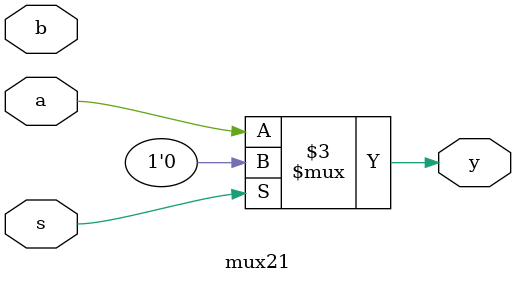
<source format=v>
module mux21(a,b,s,y);
	input a,b,s;
	output y;
	reg y;
	always @(a,b,s)
    
        

begin
         case(s)
         1'b0:begin y = a;end
          1'b0:begin y = b;end
          default:begin y = 0;end
          endcase
end
        

	
endmodule
</source>
